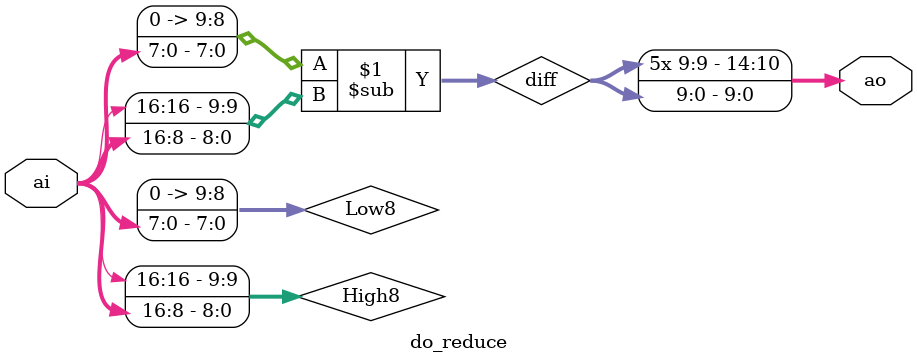
<source format=v>

module do_reduce(ai, 
				 ao);
	//input
	input signed [16:0] ai;
	
	//output
	output signed [14:0] ao;
	
	wire signed [9:0] diff;
	wire signed [9:0] High8;
	wire signed [9:0] Low8;
	assign High8 = {ai[16],ai[16:8]};
	assign Low8 = {2'b0, ai[7:0]};
	assign diff = Low8 - High8;
	assign ao = {{5{diff[9]}},diff};
endmodule
</source>
